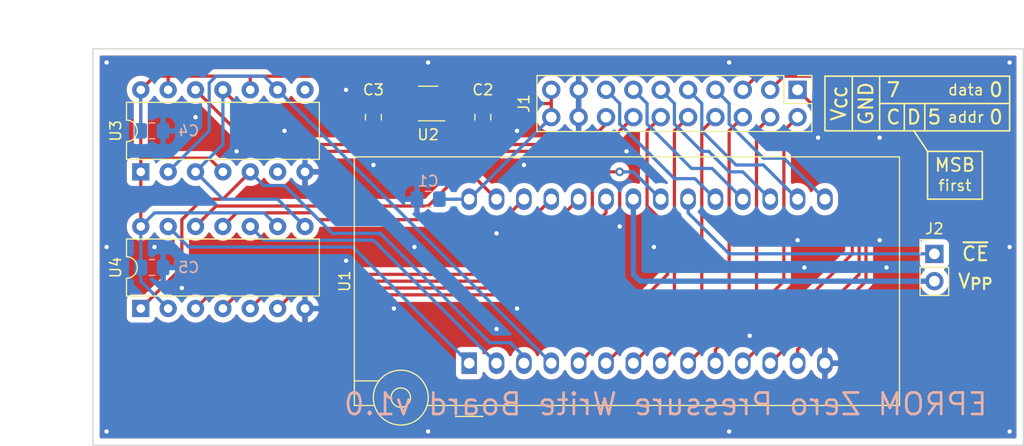
<source format=kicad_pcb>
(kicad_pcb (version 20211014) (generator pcbnew)
  (layers (0 "F.Cu" signal) (31 "B.Cu" signal) (34 "B.Paste" user) (35 "F.Paste" user) (36 "B.SilkS" user "B.Silkscreen") (37 "F.SilkS" user "F.Silkscreen") (38 "B.Mask" user) (39 "F.Mask" user) (44 "Edge.Cuts" user))
  (net 0 "")
  (net 1 "VCC")
  (net 2 "GND")
  (net 3 "+5V")
  (net 4 "/data0")
  (net 5 "/data1")
  (net 6 "/data2")
  (net 7 "/data3")
  (net 8 "/data4")
  (net 9 "/data5")
  (net 10 "/data6")
  (net 11 "/data7")
  (net 12 "/addr0")
  (net 13 "/addr1")
  (net 14 "/addr2")
  (net 15 "/addr3")
  (net 16 "/addr4")
  (net 17 "/addr5")
  (net 18 "/adata")
  (net 19 "/aclk")
  (net 20 "Net-(U1-Pad20)")
  (net 21 "Net-(U1-Pad22)")
  (net 22 "/addr15")
  (net 23 "/addr12")
  (net 24 "/addr7")
  (net 25 "/addr6")
  (net 26 "/addr10")
  (net 27 "/addr11")
  (net 28 "/addr9")
  (net 29 "/addr8")
  (net 30 "/addr13")
  (net 31 "/addr14")
  (footprint "Package_DIP:DIP-14_W7.62mm" (layer "F.Cu") (at 109.22 64.77 90)
    (fp_text reference "U3" (at 3.81 -2.33 90) (layer "F.SilkS"))
    (fp_text value "74HC74")
    (fp_line (start 2.81 -1.33) (end 1.16 -1.33) (layer "F.SilkS") (width 0.12))
    (fp_line (start 1.16 16.57) (end 6.46 16.57) (layer "F.SilkS") (width 0.12))
    (fp_line (start 6.46 -1.33) (end 4.81 -1.33) (layer "F.SilkS") (width 0.12))
    (fp_line (start 6.46 16.57) (end 6.46 -1.33) (layer "F.SilkS") (width 0.12))
    (fp_line (start 1.16 -1.33) (end 1.16 16.57) (layer "F.SilkS") (width 0.12))
    (fp_arc (start 4.81 -1.33) (mid 3.81 -0.33) (end 2.81 -1.33) (layer "F.SilkS") (width 0.12))
    (pad "1" thru_hole rect (at 0 0 90) (size 1.6 1.6) (drill 0.8) (layers *.Cu *.Mask) (net 3 "+5V"))
    (pad "2" thru_hole oval (at 0 2.54 90) (size 1.6 1.6) (drill 0.8) (layers *.Cu *.Mask) (net 25 "/addr6"))
    (pad "3" thru_hole oval (at 0 5.08 90) (size 1.6 1.6) (drill 0.8) (layers *.Cu *.Mask) (net 19 "/aclk"))
    (pad "4" thru_hole oval (at 0 7.62 90) (size 1.6 1.6) (drill 0.8) (layers *.Cu *.Mask) (net 3 "+5V"))
    (pad "5" thru_hole oval (at 0 10.16 90) (size 1.6 1.6) (drill 0.8) (layers *.Cu *.Mask) (net 24 "/addr7"))
    (pad "6" thru_hole oval (at 0 12.7 90) (size 1.6 1.6) (drill 0.8) (layers *.Cu *.Mask))
    (pad "7" thru_hole oval (at 0 15.24 90) (size 1.6 1.6) (drill 0.8) (layers *.Cu *.Mask) (net 2 "GND"))
    (pad "8" thru_hole oval (at 7.62 15.24 90) (size 1.6 1.6) (drill 0.8) (layers *.Cu *.Mask))
    (pad "9" thru_hole oval (at 7.62 12.7 90) (size 1.6 1.6) (drill 0.8) (layers *.Cu *.Mask) (net 25 "/addr6"))
    (pad "10" thru_hole oval (at 7.62 10.16 90) (size 1.6 1.6) (drill 0.8) (layers *.Cu *.Mask) (net 3 "+5V"))
    (pad "11" thru_hole oval (at 7.62 7.62 90) (size 1.6 1.6) (drill 0.8) (layers *.Cu *.Mask) (net 19 "/aclk"))
    (pad "12" thru_hole oval (at 7.62 5.08 90) (size 1.6 1.6) (drill 0.8) (layers *.Cu *.Mask) (net 18 "/adata"))
    (pad "13" thru_hole oval (at 7.62 2.54 90) (size 1.6 1.6) (drill 0.8) (layers *.Cu *.Mask) (net 3 "+5V"))
    (pad "14" thru_hole oval (at 7.62 0 90) (size 1.6 1.6) (drill 0.8) (layers *.Cu *.Mask) (net 3 "+5V"))
  )
  (footprint "Capacitor_SMD:C_0805_2012Metric_Pad1.18x1.45mm_HandSolder" (layer "F.Cu") (at 130.81 59.69 -90)
    (fp_text reference "C3" (at -2.54 0 180) (layer "F.SilkS"))
    (fp_text value "1u")
    (fp_line (start -0.261252 -0.735) (end 0.261252 -0.735) (layer "F.SilkS") (width 0.12))
    (fp_line (start -0.261252 0.735) (end 0.261252 0.735) (layer "F.SilkS") (width 0.12))
    (pad "1" smd roundrect (at -1.0375 0 270) (size 1.175 1.45) (layers "F.Cu" "F.Paste" "F.Mask") (roundrect_rratio 0.212766) (net 3 "+5V"))
    (pad "2" smd roundrect (at 1.0375 0 270) (size 1.175 1.45) (layers "F.Cu" "F.Paste" "F.Mask") (roundrect_rratio 0.212766) (net 2 "GND"))
  )
  (footprint "Package_DIP:DIP-14_W7.62mm" (layer "F.Cu") (at 109.22 77.47 90)
    (fp_text reference "U4" (at 3.81 -2.33 90) (layer "F.SilkS"))
    (fp_text value "74HC164")
    (fp_line (start 6.46 16.57) (end 6.46 -1.33) (layer "F.SilkS") (width 0.12))
    (fp_line (start 1.16 16.57) (end 6.46 16.57) (layer "F.SilkS") (width 0.12))
    (fp_line (start 6.46 -1.33) (end 4.81 -1.33) (layer "F.SilkS") (width 0.12))
    (fp_line (start 2.81 -1.33) (end 1.16 -1.33) (layer "F.SilkS") (width 0.12))
    (fp_line (start 1.16 -1.33) (end 1.16 16.57) (layer "F.SilkS") (width 0.12))
    (fp_arc (start 4.81 -1.33) (mid 3.81 -0.33) (end 2.81 -1.33) (layer "F.SilkS") (width 0.12))
    (pad "1" thru_hole rect (at 0 0 90) (size 1.6 1.6) (drill 0.8) (layers *.Cu *.Mask) (net 24 "/addr7"))
    (pad "2" thru_hole oval (at 0 2.54 90) (size 1.6 1.6) (drill 0.8) (layers *.Cu *.Mask) (net 3 "+5V"))
    (pad "3" thru_hole oval (at 0 5.08 90) (size 1.6 1.6) (drill 0.8) (layers *.Cu *.Mask) (net 29 "/addr8"))
    (pad "4" thru_hole oval (at 0 7.62 90) (size 1.6 1.6) (drill 0.8) (layers *.Cu *.Mask) (net 28 "/addr9"))
    (pad "5" thru_hole oval (at 0 10.16 90) (size 1.6 1.6) (drill 0.8) (layers *.Cu *.Mask) (net 26 "/addr10"))
    (pad "6" thru_hole oval (at 0 12.7 90) (size 1.6 1.6) (drill 0.8) (layers *.Cu *.Mask) (net 27 "/addr11"))
    (pad "7" thru_hole oval (at 0 15.24 90) (size 1.6 1.6) (drill 0.8) (layers *.Cu *.Mask) (net 2 "GND"))
    (pad "8" thru_hole oval (at 7.62 15.24 90) (size 1.6 1.6) (drill 0.8) (layers *.Cu *.Mask) (net 19 "/aclk"))
    (pad "9" thru_hole oval (at 7.62 12.7 90) (size 1.6 1.6) (drill 0.8) (layers *.Cu *.Mask) (net 3 "+5V"))
    (pad "10" thru_hole oval (at 7.62 10.16 90) (size 1.6 1.6) (drill 0.8) (layers *.Cu *.Mask) (net 23 "/addr12"))
    (pad "11" thru_hole oval (at 7.62 7.62 90) (size 1.6 1.6) (drill 0.8) (layers *.Cu *.Mask) (net 30 "/addr13"))
    (pad "12" thru_hole oval (at 7.62 5.08 90) (size 1.6 1.6) (drill 0.8) (layers *.Cu *.Mask) (net 31 "/addr14"))
    (pad "13" thru_hole oval (at 7.62 2.54 90) (size 1.6 1.6) (drill 0.8) (layers *.Cu *.Mask) (net 22 "/addr15"))
    (pad "14" thru_hole oval (at 7.62 0 90) (size 1.6 1.6) (drill 0.8) (layers *.Cu *.Mask) (net 3 "+5V"))
  )
  (footprint "ModifiedKiCadLibrary:PinHeader_2x10_P2.54mm_Vertical_Top_Bottom" (layer "F.Cu") (at 170.18 57.15 -90)
    (fp_text reference "J1" (at 1.27 25.4 90) (layer "F.SilkS"))
    (fp_text value "Conn_02x10_Top_Bottom")
    (fp_line (start 3.87 -1.33) (end 3.87 24.19) (layer "F.SilkS") (width 0.12))
    (fp_line (start -1.33 0) (end -1.33 -1.33) (layer "F.SilkS") (width 0.12))
    (fp_line (start -1.33 24.19) (end 3.87 24.19) (layer "F.SilkS") (width 0.12))
    (fp_line (start 1.27 1.27) (end 1.27 -1.33) (layer "F.SilkS") (width 0.12))
    (fp_line (start -1.33 1.27) (end -1.33 24.19) (layer "F.SilkS") (width 0.12))
    (fp_line (start 1.27 -1.33) (end 3.87 -1.33) (layer "F.SilkS") (width 0.12))
    (fp_line (start -1.33 -1.33) (end 0 -1.33) (layer "F.SilkS") (width 0.12))
    (fp_line (start -1.33 1.27) (end 1.27 1.27) (layer "F.SilkS") (width 0.12))
    (pad "1" thru_hole rect (at 0 0 270) (size 1.7 1.7) (drill 1) (layers *.Cu *.Mask) (net 4 "/data0"))
    (pad "2" thru_hole oval (at 0 2.54 270) (size 1.7 1.7) (drill 1) (layers *.Cu *.Mask) (net 5 "/data1"))
    (pad "3" thru_hole oval (at 0 5.08 270) (size 1.7 1.7) (drill 1) (layers *.Cu *.Mask) (net 6 "/data2"))
    (pad "4" thru_hole oval (at 0 7.62 270) (size 1.7 1.7) (drill 1) (layers *.Cu *.Mask) (net 7 "/data3"))
    (pad "5" thru_hole oval (at 0 10.16 270) (size 1.7 1.7) (drill 1) (layers *.Cu *.Mask) (net 8 "/data4"))
    (pad "6" thru_hole oval (at 0 12.7 270) (size 1.7 1.7) (drill 1) (layers *.Cu *.Mask) (net 9 "/data5"))
    (pad "7" thru_hole oval (at 0 15.24 270) (size 1.7 1.7) (drill 1) (layers *.Cu *.Mask) (net 10 "/data6"))
    (pad "8" thru_hole oval (at 0 17.78 270) (size 1.7 1.7) (drill 1) (layers *.Cu *.Mask) (net 11 "/data7"))
    (pad "9" thru_hole oval (at 0 20.32 270) (size 1.7 1.7) (drill 1) (layers *.Cu *.Mask) (net 2 "GND"))
    (pad "10" thru_hole oval (at 0 22.86 270) (size 1.7 1.7) (drill 1) (layers *.Cu *.Mask) (net 1 "VCC"))
    (pad "11" thru_hole oval (at 2.54 0 270) (size 1.7 1.7) (drill 1) (layers *.Cu *.Mask) (net 12 "/addr0"))
    (pad "12" thru_hole oval (at 2.54 2.54 270) (size 1.7 1.7) (drill 1) (layers *.Cu *.Mask) (net 13 "/addr1"))
    (pad "13" thru_hole oval (at 2.54 5.08 270) (size 1.7 1.7) (drill 1) (layers *.Cu *.Mask) (net 14 "/addr2"))
    (pad "14" thru_hole oval (at 2.54 7.62 270) (size 1.7 1.7) (drill 1) (layers *.Cu *.Mask) (net 15 "/addr3"))
    (pad "15" thru_hole oval (at 2.54 10.16 270) (size 1.7 1.7) (drill 1) (layers *.Cu *.Mask) (net 16 "/addr4"))
    (pad "16" thru_hole oval (at 2.54 12.7 270) (size 1.7 1.7) (drill 1) (layers *.Cu *.Mask) (net 17 "/addr5"))
    (pad "17" thru_hole oval (at 2.54 15.24 270) (size 1.7 1.7) (drill 1) (layers *.Cu *.Mask) (net 18 "/adata"))
    (pad "18" thru_hole oval (at 2.54 17.78 270) (size 1.7 1.7) (drill 1) (layers *.Cu *.Mask) (net 19 "/aclk"))
    (pad "19" thru_hole oval (at 2.54 20.32 270) (size 1.7 1.7) (drill 1) (layers *.Cu *.Mask) (net 2 "GND"))
    (pad "20" thru_hole oval (at 2.54 22.86 270) (size 1.7 1.7) (drill 1) (layers *.Cu *.Mask) (net 1 "VCC"))
  )
  (footprint "Package_TO_SOT_SMD:SOT-23-5_HandSoldering" (layer "F.Cu") (at 135.89 58.42 180)
    (fp_text reference "U2" (at 0 -2.9) (layer "F.SilkS"))
    (fp_text value "XC6201P502MR-G")
    (fp_line (start -0.9 1.61) (end 0.9 1.61) (layer "F.SilkS") (width 0.12))
    (fp_line (start 0.9 -1.61) (end -1.55 -1.61) (layer "F.SilkS") (width 0.12))
    (pad "1" smd rect (at -1.35 -0.95 180) (size 1.56 0.65) (layers "F.Cu" "F.Paste" "F.Mask") (net 1 "VCC"))
    (pad "2" smd rect (at -1.35 0 180) (size 1.56 0.65) (layers "F.Cu" "F.Paste" "F.Mask") (net 2 "GND"))
    (pad "3" smd rect (at -1.35 0.95 180) (size 1.56 0.65) (layers "F.Cu" "F.Paste" "F.Mask"))
    (pad "4" smd rect (at 1.35 0.95 180) (size 1.56 0.65) (layers "F.Cu" "F.Paste" "F.Mask"))
    (pad "5" smd rect (at 1.35 -0.95 180) (size 1.56 0.65) (layers "F.Cu" "F.Paste" "F.Mask") (net 3 "+5V"))
  )
  (footprint "Socket:DIP_Socket-28_W11.9_W12.7_W15.24_W17.78_W18.5_3M_228-1277-00-0602J" (layer "F.Cu") (at 139.7 82.55 90)
    (fp_text reference "U1" (at 7.62 -11.56 90) (layer "F.SilkS"))
    (fp_text value "27C512")
    (fp_line (start -1.65 -10.66) (end -1.65 -8.4) (layer "F.SilkS") (width 0.12))
    (fp_line (start 19.17 -10.66) (end -3.93 -10.66) (layer "F.SilkS") (width 0.12))
    (fp_line (start -3.93 39.94) (end 19.17 39.94) (layer "F.SilkS") (width 0.12))
    (fp_line (start -3.93 -10.66) (end -3.93 -8.8) (layer "F.SilkS") (width 0.12))
    (fp_line (start -4.95 1.27) (end -4.95 -1.27) (layer "F.SilkS") (width 0.12))
    (fp_line (start -3.93 -3.9) (end -3.93 39.94) (layer "F.SilkS") (width 0.12))
    (fp_line (start 19.17 39.94) (end 19.17 -10.66) (layer "F.SilkS") (width 0.12))
    (fp_circle (center -3.2 -6.35) (end -2.3 -6.35) (layer "F.SilkS") (width 0.12) (fill none))
    (fp_circle (center -3.2 -6.35) (end -0.65 -6.35) (layer "F.SilkS") (width 0.12) (fill none))
    (pad "1" thru_hole rect (at 0 0 90) (size 2 1.44) (drill 1) (layers *.Cu *.Mask) (net 22 "/addr15"))
    (pad "2" thru_hole oval (at 0 2.54 90) (size 2 1.44) (drill 1) (layers *.Cu *.Mask) (net 23 "/addr12"))
    (pad "3" thru_hole oval (at 0 5.08 90) (size 2 1.44) (drill 1) (layers *.Cu *.Mask) (net 24 "/addr7"))
    (pad "4" thru_hole oval (at 0 7.62 90) (size 2 1.44) (drill 1) (layers *.Cu *.Mask) (net 25 "/addr6"))
    (pad "5" thru_hole oval (at 0 10.16 90) (size 2 1.44) (drill 1) (layers *.Cu *.Mask) (net 17 "/addr5"))
    (pad "6" thru_hole oval (at 0 12.7 90) (size 2 1.44) (drill 1) (layers *.Cu *.Mask) (net 16 "/addr4"))
    (pad "7" thru_hole oval (at 0 15.24 90) (size 2 1.44) (drill 1) (layers *.Cu *.Mask) (net 15 "/addr3"))
    (pad "8" thru_hole oval (at 0 17.78 90) (size 2 1.44) (drill 1) (layers *.Cu *.Mask) (net 14 "/addr2"))
    (pad "9" thru_hole oval (at 0 20.32 90) (size 2 1.44) (drill 1) (layers *.Cu *.Mask) (net 13 "/addr1"))
    (pad "10" thru_hole oval (at 0 22.86 90) (size 2 1.44) (drill 1) (layers *.Cu *.Mask) (net 12 "/addr0"))
    (pad "11" thru_hole oval (at 0 25.4 90) (size 2 1.44) (drill 1) (layers *.Cu *.Mask) (net 4 "/data0"))
    (pad "12" thru_hole oval (at 0 27.94 90) (size 2 1.44) (drill 1) (layers *.Cu *.Mask) (net 5 "/data1"))
    (pad "13" thru_hole oval (at 0 30.48 90) (size 2 1.44) (drill 1) (layers *.Cu *.Mask) (net 6 "/data2"))
    (pad "14" thru_hole oval (at 0 33.02 90) (size 2 1.44) (drill 1) (layers *.Cu *.Mask) (net 2 "GND"))
    (pad "15" thru_hole oval (at 15.24 33.02 90) (size 2 1.44) (drill 1) (layers *.Cu *.Mask) (net 7 "/data3"))
    (pad "16" thru_hole oval (at 15.24 30.48 90) (size 2 1.44) (drill 1) (layers *.Cu *.Mask) (net 8 "/data4"))
    (pad "17" thru_hole oval (at 15.24 27.94 90) (size 2 1.44) (drill 1) (layers *.Cu *.Mask) (net 9 "/data5"))
    (pad "18" thru_hole oval (at 15.24 25.4 90) (size 2 1.44) (drill 1) (layers *.Cu *.Mask) (net 10 "/data6"))
    (pad "19" thru_hole oval (at 15.24 22.86 90) (size 2 1.44) (drill 1) (layers *.Cu *.Mask) (net 11 "/data7"))
    (pad "20" thru_hole oval (at 15.24 20.32 90) (size 2 1.44) (drill 1) (layers *.Cu *.Mask) (net 20 "Net-(U1-Pad20)"))
    (pad "21" thru_hole oval (at 15.24 17.78 90) (size 2 1.44) (drill 1) (layers *.Cu *.Mask) (net 26 "/addr10"))
    (pad "22" thru_hole oval (at 15.24 15.24 90) (size 2 1.44) (drill 1) (layers *.Cu *.Mask) (net 21 "Net-(U1-Pad22)"))
    (pad "23" thru_hole oval (at 15.24 12.7 90) (size 2 1.44) (drill 1) (layers *.Cu *.Mask) (net 27 "/addr11"))
    (pad "24" thru_hole oval (at 15.24 10.16 90) (size 2 1.44) (drill 1) (layers *.Cu *.Mask) (net 28 "/addr9"))
    (pad "25" thru_hole oval (at 15.24 7.62 90) (size 2 1.44) (drill 1) (layers *.Cu *.Mask) (net 29 "/addr8"))
    (pad "26" thru_hole oval (at 15.24 5.08 90) (size 2 1.44) (drill 1) (layers *.Cu *.Mask) (net 30 "/addr13"))
    (pad "27" thru_hole oval (at 15.24 2.54 90) (size 2 1.44) (drill 1) (layers *.Cu *.Mask) (net 31 "/addr14"))
    (pad "28" thru_hole oval (at 15.24 0 90) (size 2 1.44) (drill 1) (layers *.Cu *.Mask) (net 1 "VCC"))
  )
  (footprint "Capacitor_SMD:C_0805_2012Metric_Pad1.18x1.45mm_HandSolder" (layer "F.Cu") (at 140.97 59.69 -90)
    (fp_text reference "C2" (at -2.54 0 180) (layer "F.SilkS"))
    (fp_text value "1u")
    (fp_line (start -0.261252 -0.735) (end 0.261252 -0.735) (layer "F.SilkS") (width 0.12))
    (fp_line (start -0.261252 0.735) (end 0.261252 0.735) (layer "F.SilkS") (width 0.12))
    (pad "1" smd roundrect (at -1.0375 0 270) (size 1.175 1.45) (layers "F.Cu" "F.Paste" "F.Mask") (roundrect_rratio 0.212766) (net 1 "VCC"))
    (pad "2" smd roundrect (at 1.0375 0 270) (size 1.175 1.45) (layers "F.Cu" "F.Paste" "F.Mask") (roundrect_rratio 0.212766) (net 2 "GND"))
  )
  (footprint "Connector_PinHeader_2.54mm:PinHeader_1x02_P2.54mm_Vertical" (layer "F.Cu") (at 182.88 72.39)
    (fp_text reference "J2" (at 0 -2.33) (layer "F.SilkS"))
    (fp_text value "Conn_01x02")
    (fp_line (start 1.33 1.27) (end 1.33 3.87) (layer "F.SilkS") (width 0.12))
    (fp_line (start -1.33 1.27) (end 1.33 1.27) (layer "F.SilkS") (width 0.12))
    (fp_line (start -1.33 0) (end -1.33 -1.33) (layer "F.SilkS") (width 0.12))
    (fp_line (start -1.33 3.87) (end 1.33 3.87) (layer "F.SilkS") (width 0.12))
    (fp_line (start -1.33 -1.33) (end 0 -1.33) (layer "F.SilkS") (width 0.12))
    (fp_line (start -1.33 1.27) (end -1.33 3.87) (layer "F.SilkS") (width 0.12))
    (pad "1" thru_hole rect (at 0 0) (size 1.7 1.7) (drill 1) (layers *.Cu *.Mask) (net 20 "Net-(U1-Pad20)"))
    (pad "2" thru_hole oval (at 0 2.54) (size 1.7 1.7) (drill 1) (layers *.Cu *.Mask) (net 21 "Net-(U1-Pad22)"))
  )
  (footprint "Capacitor_SMD:C_0805_2012Metric_Pad1.18x1.45mm_HandSolder" (layer "B.Cu") (at 110.2575 60.96)
    (fp_text reference "C4" (at 3.4075 0) (layer "B.SilkS") (effects (justify mirror)))
    (fp_text value "0.1u")
    (fp_line (start -0.261252 -0.735) (end 0.261252 -0.735) (layer "B.SilkS") (width 0.12))
    (fp_line (start -0.261252 0.735) (end 0.261252 0.735) (layer "B.SilkS") (width 0.12))
    (pad "1" smd roundrect (at -1.0375 0) (size 1.175 1.45) (layers "B.Cu" "B.Paste" "B.Mask") (roundrect_rratio 0.212766) (net 3 "+5V"))
    (pad "2" smd roundrect (at 1.0375 0) (size 1.175 1.45) (layers "B.Cu" "B.Paste" "B.Mask") (roundrect_rratio 0.212766) (net 2 "GND"))
  )
  (footprint "Capacitor_SMD:C_0805_2012Metric_Pad1.18x1.45mm_HandSolder" (layer "B.Cu") (at 135.89 67.31 180)
    (fp_text reference "C1" (at 0 1.68) (layer "B.SilkS") (effects (justify mirror)))
    (fp_text value "0.1u")
    (fp_line (start -0.261252 0.735) (end 0.261252 0.735) (layer "B.SilkS") (width 0.12))
    (fp_line (start -0.261252 -0.735) (end 0.261252 -0.735) (layer "B.SilkS") (width 0.12))
    (pad "1" smd roundrect (at -1.0375 0 180) (size 1.175 1.45) (layers "B.Cu" "B.Paste" "B.Mask") (roundrect_rratio 0.212766) (net 1 "VCC"))
    (pad "2" smd roundrect (at 1.0375 0 180) (size 1.175 1.45) (layers "B.Cu" "B.Paste" "B.Mask") (roundrect_rratio 0.212766) (net 2 "GND"))
  )
  (footprint "Capacitor_SMD:C_0805_2012Metric_Pad1.18x1.45mm_HandSolder" (layer "B.Cu") (at 110.2575 73.66)
    (fp_text reference "C5" (at 3.4075 0) (layer "B.SilkS") (effects (justify mirror)))
    (fp_text value "0.1u")
    (fp_line (start -0.261252 0.735) (end 0.261252 0.735) (layer "B.SilkS") (width 0.12))
    (fp_line (start -0.261252 -0.735) (end 0.261252 -0.735) (layer "B.SilkS") (width 0.12))
    (pad "1" smd roundrect (at -1.0375 0) (size 1.175 1.45) (layers "B.Cu" "B.Paste" "B.Mask") (roundrect_rratio 0.212766) (net 3 "+5V"))
    (pad "2" smd roundrect (at 1.0375 0) (size 1.175 1.45) (layers "B.Cu" "B.Paste" "B.Mask") (roundrect_rratio 0.212766) (net 2 "GND"))
  )
  (gr_line (start 180.975 60.96) (end 182.245 62.865) (layer "F.SilkS") (width 0.15))
  (gr_line (start 181.991 58.42) (end 181.991 60.96) (layer "F.SilkS") (width 0.15))
  (gr_rect (start 182.245 62.865) (end 187.325 67.31) (layer "F.SilkS") (width 0.15) (fill none))
  (gr_line (start 180.086 58.42) (end 180.086 60.96) (layer "F.SilkS") (width 0.15))
  (gr_line (start 177.8 58.42) (end 189.865 58.42) (layer "F.SilkS") (width 0.15))
  (gr_line (start 177.8 55.88) (end 177.8 60.96) (layer "F.SilkS") (width 0.15))
  (gr_rect (start 172.72 55.88) (end 189.865 60.96) (layer "F.SilkS") (width 0.15) (fill none))
  (gr_line (start 175.26 55.88) (end 175.26 60.96) (layer "F.SilkS") (width 0.15))
  (gr_rect (start 104.775 53.34) (end 191.135 90.17) (layer "Edge.Cuts") (width 0.1) (fill none))
  (gr_text "EPROM Zero Pressure Write Board v1.0" (at 187.96 86.36) (layer "B.SilkS") (effects (font (size 2 2) (thickness 0.25)) (justify left mirror)))
  (gr_text "C" (at 179.07 59.69) (layer "F.SilkS") (effects (font (size 1.3 1.3) (thickness 0.2))))
  (gr_text "0" (at 188.595 57.15) (layer "F.SilkS") (effects (font (size 1.3 1.3) (thickness 0.2))))
  (gr_text "V_{PP}" (at 186.69 74.93) (layer "F.SilkS") (effects (font (size 1.3 1.3) (thickness 0.2))))
  (gr_text "first" (at 184.785 66.04) (layer "F.SilkS") (effects (font (size 1 1))))
  (gr_text "V_{CC}" (at 173.99 58.42 90) (layer "F.SilkS") (effects (font (size 1.3 1.3) (thickness 0.2))))
  (gr_text "5" (at 182.88 59.69) (layer "F.SilkS") (effects (font (size 1.3 1.3) (thickness 0.2))))
  (gr_text "addr" (at 185.801 59.69) (layer "F.SilkS") (effects (font (size 1 1))))
  (gr_text "MSB" (at 184.785 64.135) (layer "F.SilkS") (effects (font (size 1.2 1.2) (thickness 0.18))))
  (gr_text "0" (at 188.595 59.69) (layer "F.SilkS") (effects (font (size 1.3 1.3) (thickness 0.2))))
  (gr_text "data" (at 185.801 57.15) (layer "F.SilkS") (effects (font (size 1 1))))
  (gr_text "~{CE}" (at 186.69 72.39) (layer "F.SilkS") (effects (font (size 1.3 1.3) (thickness 0.2))))
  (gr_text "D" (at 180.975 59.69) (layer "F.SilkS") (effects (font (size 1.3 1.3) (thickness 0.2))))
  (gr_text "7" (at 179.07 57.15) (layer "F.SilkS") (effects (font (size 1.3 1.3) (thickness 0.2))))
  (gr_text "GND" (at 176.53 58.42 90) (layer "F.SilkS") (effects (font (size 1.3 1.3) (thickness 0.2))))
  (segment (start 147.32 57.15) (end 147.32 58.42) (width 0.3) (layer "F.Cu") (net 1))
  (segment (start 147.32 58.42) (end 141.2025 58.42) (width 0.3) (layer "F.Cu") (net 1))
  (segment (start 139.385 59.37) (end 137.24 59.37) (width 0.3) (layer "F.Cu") (net 1))
  (segment (start 141.2025 58.42) (end 140.97 58.6525) (width 0.3) (layer "F.Cu") (net 1))
  (segment (start 140.1025 58.6525) (end 139.385 59.37) (width 0.3) (layer "F.Cu") (net 1))
  (segment (start 147.32 58.42) (end 147.32 59.69) (width 0.3) (layer "F.Cu") (net 1))
  (segment (start 140.97 58.6525) (end 140.1025 58.6525) (width 0.3) (layer "F.Cu") (net 1))
  (segment (start 139.7 67.31) (end 147.32 59.69) (width 0.3) (layer "B.Cu") (net 1))
  (segment (start 136.9275 67.31) (end 139.7 67.31) (width 0.3) (layer "B.Cu") (net 1))
  (segment (start 133.35 58.42) (end 132.715 57.785) (width 0.3) (layer "F.Cu") (net 2))
  (segment (start 135.89 58.42) (end 135.89 56.515) (width 0.3) (layer "F.Cu") (net 2))
  (segment (start 153.67 69.85) (end 153.67 66.04) (width 0.3) (layer "F.Cu") (net 2))
  (segment (start 137.24 58.42) (end 138.43 58.42) (width 0.3) (layer "F.Cu") (net 2))
  (segment (start 135.89 58.42) (end 135.89 60.325) (width 0.3) (layer "F.Cu") (net 2))
  (segment (start 138.43 58.42) (end 139.065 57.785) (width 0.3) (layer "F.Cu") (net 2))
  (segment (start 137.24 58.42) (end 135.89 58.42) (width 0.3) (layer "F.Cu") (net 2))
  (segment (start 135.89 58.42) (end 133.35 58.42) (width 0.3) (layer "F.Cu") (net 2))
  (via (at 144.145 77.47) (size 0.8) (drill 0.4) (layers "F.Cu" "B.Cu") (net 2))
  (via (at 172.085 61.595) (size 0.8) (drill 0.4) (layers "F.Cu" "B.Cu") (net 2))
  (via (at 135.89 88.9) (size 0.8) (drill 0.4) (layers "F.Cu" "B.Cu") (net 2))
  (via (at 189.865 88.9) (size 0.8) (drill 0.4) (layers "F.Cu" "B.Cu") (net 2))
  (via (at 156.845 71.755) (size 0.8) (drill 0.4) (layers "F.Cu" "B.Cu") (net 2))
  (via (at 177.8 71.12) (size 0.8) (drill 0.4) (layers "F.Cu" "B.Cu") (net 2))
  (via (at 132.715 77.47) (size 0.8) (drill 0.4) (layers "F.Cu" "B.Cu") (net 2))
  (via (at 177.8 61.595) (size 0.8) (drill 0.4) (layers "F.Cu" "B.Cu") (net 2))
  (via (at 170.18 71.12) (size 0.8) (drill 0.4) (layers "F.Cu" "B.Cu") (net 2))
  (via (at 154.305 62.865) (size 0.8) (drill 0.4) (layers "F.Cu" "B.Cu") (net 2))
  (via (at 170.815 73.66) (size 0.8) (drill 0.4) (layers "F.Cu" "B.Cu") (net 2))
  (via (at 189.865 71.755) (size 0.8) (drill 0.4) (layers "F.Cu" "B.Cu") (net 2))
  (via (at 178.435 73.66) (size 0.8) (drill 0.4) (layers "F.Cu" "B.Cu") (net 2))
  (via (at 130.81 64.135) (size 0.8) (drill 0.4) (layers "F.Cu" "B.Cu") (net 2))
  (via (at 165.735 80.01) (size 0.8) (drill 0.4) (layers "F.Cu" "B.Cu") (net 2))
  (via (at 114.3 59.69) (size 0.8) (drill 0.4) (layers "F.Cu" "B.Cu") (net 2))
  (via (at 153.67 69.85) (size 0.8) (drill 0.4) (layers "F.Cu" "B.Cu") (net 2))
  (via (at 118.11 62.865) (size 0.8) (drill 0.4) (layers "F.Cu" "B.Cu") (net 2))
  (via (at 135.89 54.61) (size 0.8) (drill 0.4) (layers "F.Cu" "B.Cu") (net 2))
  (via (at 128.27 57.15) (size 0.8) (drill 0.4) (layers "F.Cu" "B.Cu") (net 2))
  (via (at 142.24 70.485) (size 0.8) (drill 0.4) (layers "F.Cu" "B.Cu") (net 2))
  (via (at 142.24 79.375) (size 0.8) (drill 0.4) (layers "F.Cu" "B.Cu") (net 2))
  (via (at 122.555 60.96) (size 0.8) (drill 0.4) (layers "F.Cu" "B.Cu") (net 2))
  (via (at 163.83 88.9) (size 0.8) (drill 0.4) (layers "F.Cu" "B.Cu") (net 2))
  (via (at 113.03 75.565) (size 0.8) (drill 0.4) (layers "F.Cu" "B.Cu") (net 2))
  (via (at 189.865 54.61) (size 0.8) (drill 0.4) (layers "F.Cu" "B.Cu") (net 2))
  (via (at 144.78 64.135) (size 0.8) (drill 0.4) (layers "F.Cu" "B.Cu") (net 2))
  (via (at 106.045 71.755) (size 0.8) (drill 0.4) (layers "F.Cu" "B.Cu") (net 2))
  (via (at 134.62 71.755) (size 0.8) (drill 0.4) (layers "F.Cu" "B.Cu") (net 2))
  (via (at 110.49 71.755) (size 0.8) (drill 0.4) (layers "F.Cu" "B.Cu") (net 2))
  (via (at 106.045 54.61) (size 0.8) (drill 0.4) (layers "F.Cu" "B.Cu") (net 2))
  (via (at 106.045 88.9) (size 0.8) (drill 0.4) (layers "F.Cu" "B.Cu") (net 2))
  (via (at 128.27 73.025) (size 0.8) (drill 0.4) (layers "F.Cu" "B.Cu") (net 2))
  (via (at 163.83 54.61) (size 0.8) (drill 0.4) (layers "F.Cu" "B.Cu") (net 2))
  (via (at 144.145 60.96) (size 0.8) (drill 0.4) (layers "F.Cu" "B.Cu") (net 2))
  (segment (start 109.22 64.77) (end 109.22 63.5) (width 0.3) (layer "F.Cu") (net 3))
  (segment (start 111.76 57.15) (end 111.76 55.88) (width 0.3) (layer "F.Cu") (net 3))
  (segment (start 109.22 63.5) (end 115.57 63.5) (width 0.3) (layer "F.Cu") (net 3))
  (segment (start 109.22 64.77) (end 109.22 69.85) (width 0.3) (layer "F.Cu") (net 3))
  (segment (start 110.49 55.88) (end 111.76 55.88) (width 0.3) (layer "F.Cu") (net 3))
  (segment (start 115.57 63.5) (end 116.84 64.77) (width 0.3) (layer "F.Cu") (net 3))
  (segment (start 119.38 57.15) (end 119.38 55.88) (width 0.3) (layer "F.Cu") (net 3))
  (segment (start 132.3125 58.6525) (end 130.81 58.6525) (width 0.3) (layer "F.Cu") (net 3))
  (segment (start 119.38 55.88) (end 128.905 55.88) (width 0.3) (layer "F.Cu") (net 3))
  (segment (start 134.54 59.37) (end 133.03 59.37) (width 0.3) (layer "F.Cu") (net 3))
  (segment (start 109.22 57.15) (end 109.22 63.5) (width 0.3) (layer "F.Cu") (net 3))
  (segment (start 130.81 57.785) (end 130.81 58.6525) (width 0.3) (layer "F.Cu") (net 3))
  (segment (start 109.22 57.15) (end 110.49 55.88) (width 0.3) (layer "F.Cu") (net 3))
  (segment (start 128.905 55.88) (end 130.81 57.785) (width 0.3) (layer "F.Cu") (net 3))
  (segment (start 133.03 59.37) (end 132.3125 58.6525) (width 0.3) (layer "F.Cu") (net 3))
  (segment (start 111.76 55.88) (end 119.38 55.88) (width 0.3) (layer "F.Cu") (net 3))
  (segment (start 121.92 69.85) (end 120.65 68.58) (width 0.3) (layer "B.Cu") (net 3))
  (segment (start 110.49 68.58) (end 109.22 69.85) (width 0.3) (layer "B.Cu") (net 3))
  (segment (start 109.22 73.66) (end 109.22 69.85) (width 0.3) (layer "B.Cu") (net 3))
  (segment (start 109.22 60.96) (end 109.22 57.15) (width 0.3) (layer "B.Cu") (net 3))
  (segment (start 120.65 68.58) (end 110.49 68.58) (width 0.3) (layer "B.Cu") (net 3))
  (segment (start 109.22 73.66) (end 109.22 74.93) (width 0.3) (layer "B.Cu") (net 3))
  (segment (start 109.22 74.93) (end 111.76 77.47) (width 0.3) (layer "B.Cu") (net 3))
  (segment (start 175.26 72.39) (end 165.1 82.55) (width 0.3) (layer "F.Cu") (net 4))
  (segment (start 170.18 57.15) (end 175.26 62.23) (width 0.3) (layer "F.Cu") (net 4))
  (segment (start 175.26 62.23) (end 175.26 72.39) (width 0.3) (layer "F.Cu") (net 4))
  (segment (start 175.895 74.295) (end 167.64 82.55) (width 0.3) (layer "F.Cu") (net 5))
  (segment (start 167.64 57.15) (end 168.91 55.88) (width 0.3) (layer "F.Cu") (net 5))
  (segment (start 171.45 55.88) (end 175.895 60.325) (width 0.3) (layer "F.Cu") (net 5))
  (segment (start 168.91 55.88) (end 171.45 55.88) (width 0.3) (layer "F.Cu") (net 5))
  (segment (start 175.895 60.325) (end 175.895 74.295) (width 0.3) (layer "F.Cu") (net 5))
  (segment (start 167.005 55.245) (end 165.1 57.15) (width 0.3) (layer "F.Cu") (net 6))
  (segment (start 176.53 59.69) (end 172.085 55.245) (width 0.3) (layer "F.Cu") (net 6))
  (segment (start 170.18 82.55) (end 170.18 81.28) (width 0.3) (layer "F.Cu") (net 6))
  (segment (start 170.18 81.28) (end 176.53 74.93) (width 0.3) (layer "F.Cu") (net 6))
  (segment (start 172.085 55.245) (end 167.005 55.245) (width 0.3) (layer "F.Cu") (net 6))
  (segment (start 176.53 74.93) (end 176.53 59.69) (width 0.3) (layer "F.Cu") (net 6))
  (segment (start 167.005 63.5) (end 168.91 63.5) (width 0.3) (layer "B.Cu") (net 7))
  (segment (start 163.83 58.42) (end 163.83 60.325) (width 0.3) (layer "B.Cu") (net 7))
  (segment (start 168.91 63.5) (end 172.72 67.31) (width 0.3) (layer "B.Cu") (net 7))
  (segment (start 162.56 57.15) (end 163.83 58.42) (width 0.3) (layer "B.Cu") (net 7))
  (segment (start 163.83 60.325) (end 167.005 63.5) (width 0.3) (layer "B.Cu") (net 7))
  (segment (start 164.465 64.135) (end 167.005 64.135) (width 0.3) (layer "B.Cu") (net 8))
  (segment (start 167.005 64.135) (end 170.18 67.31) (width 0.3) (layer "B.Cu") (net 8))
  (segment (start 161.29 60.96) (end 164.465 64.135) (width 0.3) (layer "B.Cu") (net 8))
  (segment (start 160.02 57.15) (end 161.29 58.42) (width 0.3) (layer "B.Cu") (net 8))
  (segment (start 161.29 58.42) (end 161.29 60.96) (width 0.3) (layer "B.Cu") (net 8))
  (segment (start 157.48 57.15) (end 158.75 58.42) (width 0.3) (layer "B.Cu") (net 9))
  (segment (start 158.75 58.42) (end 158.75 60.325) (width 0.3) (layer "B.Cu") (net 9))
  (segment (start 161.29 62.865) (end 161.925 62.865) (width 0.3) (layer "B.Cu") (net 9))
  (segment (start 165.1 64.77) (end 167.64 67.31) (width 0.3) (layer "B.Cu") (net 9))
  (segment (start 161.925 62.865) (end 163.83 64.77) (width 0.3) (layer "B.Cu") (net 9))
  (segment (start 163.83 64.77) (end 165.1 64.77) (width 0.3) (layer "B.Cu") (net 9))
  (segment (start 158.75 60.325) (end 161.29 62.865) (width 0.3) (layer "B.Cu") (net 9))
  (segment (start 162.2425 64.4525) (end 165.1 67.31) (width 0.3) (layer "B.Cu") (net 10))
  (segment (start 160.3375 64.4525) (end 162.2425 64.4525) (width 0.3) (layer "B.Cu") (net 10))
  (segment (start 156.21 58.42) (end 156.21 60.325) (width 0.3) (layer "B.Cu") (net 10))
  (segment (start 154.94 57.15) (end 156.21 58.42) (width 0.3) (layer "B.Cu") (net 10))
  (segment (start 156.21 60.325) (end 160.3375 64.4525) (width 0.3) (layer "B.Cu") (net 10))
  (segment (start 153.67 58.42) (end 153.67 60.325) (width 0.3) (layer "B.Cu") (net 11))
  (segment (start 160.655 65.405) (end 162.56 67.31) (width 0.3) (layer "B.Cu") (net 11))
  (segment (start 153.67 60.325) (end 158.75 65.405) (width 0.3) (layer "B.Cu") (net 11))
  (segment (start 158.75 65.405) (end 160.655 65.405) (width 0.3) (layer "B.Cu") (net 11))
  (segment (start 152.4 57.15) (end 153.67 58.42) (width 0.3) (layer "B.Cu") (net 11))
  (segment (start 168.91 74.93) (end 168.91 60.96) (width 0.3) (layer "F.Cu") (net 12))
  (segment (start 162.56 82.55) (end 162.56 81.28) (width 0.3) (layer "F.Cu") (net 12))
  (segment (start 162.56 81.28) (end 168.91 74.93) (width 0.3) (layer "F.Cu") (net 12))
  (segment (start 168.91 60.96) (end 170.18 59.69) (width 0.3) (layer "F.Cu") (net 12))
  (segment (start 166.37 60.96) (end 167.64 59.69) (width 0.3) (layer "F.Cu") (net 13))
  (segment (start 160.02 82.55) (end 166.37 76.2) (width 0.3) (layer "F.Cu") (net 13))
  (segment (start 166.37 76.2) (end 166.37 60.96) (width 0.3) (layer "F.Cu") (net 13))
  (segment (start 157.48 82.55) (end 163.83 76.2) (width 0.3) (layer "F.Cu") (net 14))
  (segment (start 163.83 60.96) (end 165.1 59.69) (width 0.3) (layer "F.Cu") (net 14))
  (segment (start 163.83 76.2) (end 163.83 60.96) (width 0.3) (layer "F.Cu") (net 14))
  (segment (start 161.29 60.96) (end 162.56 59.69) (width 0.3) (layer "F.Cu") (net 15))
  (segment (start 161.29 76.2) (end 161.29 60.96) (width 0.3) (layer "F.Cu") (net 15))
  (segment (start 154.94 82.55) (end 161.29 76.2) (width 0.3) (layer "F.Cu") (net 15))
  (segment (start 158.75 60.96) (end 158.75 76.2) (width 0.3) (layer "F.Cu") (net 16))
  (segment (start 158.75 76.2) (end 152.4 82.55) (width 0.3) (layer "F.Cu") (net 16))
  (segment (start 160.02 59.69) (end 158.75 60.96) (width 0.3) (layer "F.Cu") (net 16))
  (segment (start 158.115 69.85) (end 158.115 74.295) (width 0.3) (layer "F.Cu") (net 17))
  (segment (start 156.21 67.945) (end 156.21 60.96) (width 0.3) (layer "F.Cu") (net 17))
  (segment (start 149.86 82.55) (end 158.115 74.295) (width 0.3) (layer "F.Cu") (net 17))
  (segment (start 158.115 69.85) (end 156.21 67.945) (width 0.3) (layer "F.Cu") (net 17))
  (segment (start 156.21 60.96) (end 157.48 59.69) (width 0.3) (layer "F.Cu") (net 17))
  (segment (start 120.015 62.865) (end 114.3 57.15) (width 0.3) (layer "F.Cu") (net 18))
  (segment (start 154.94 59.69) (end 151.765 62.865) (width 0.3) (layer "F.Cu") (net 18))
  (segment (start 151.765 62.865) (end 120.015 62.865) (width 0.3) (layer "F.Cu") (net 18))
  (segment (start 150.495 62.23) (end 152.4 60.325) (width 0.3) (layer "F.Cu") (net 19))
  (segment (start 152.4 60.325) (end 152.4 59.69) (width 0.3) (layer "F.Cu") (net 19))
  (segment (start 121.92 62.23) (end 150.495 62.23) (width 0.3) (layer "F.Cu") (net 19))
  (segment (start 116.84 57.15) (end 121.92 62.23) (width 0.3) (layer "F.Cu") (net 19))
  (segment (start 116.84 67.31) (end 121.92 67.31) (width 0.3) (layer "B.Cu") (net 19))
  (segment (start 114.3 64.77) (end 116.84 67.31) (width 0.3) (layer "B.Cu") (net 19))
  (segment (start 121.92 67.31) (end 124.46 69.85) (width 0.3) (layer "B.Cu") (net 19))
  (segment (start 116.84 62.23) (end 114.3 64.77) (width 0.3) (layer "B.Cu") (net 19))
  (segment (start 116.84 57.15) (end 116.84 62.23) (width 0.3) (layer "B.Cu") (net 19))
  (segment (start 163.83 72.39) (end 160.02 68.58) (width 0.3) (layer "B.Cu") (net 20))
  (segment (start 182.88 72.39) (end 163.83 72.39) (width 0.3) (layer "B.Cu") (net 20))
  (segment (start 160.02 68.58) (end 160.02 67.31) (width 0.3) (layer "B.Cu") (net 20))
  (segment (start 155.575 74.93) (end 182.88 74.93) (width 0.5) (layer "B.Cu") (net 21))
  (segment (start 154.94 74.295) (end 155.575 74.93) (width 0.5) (layer "B.Cu") (net 21))
  (segment (start 154.94 67.31) (end 154.94 74.295) (width 0.5) (layer "B.Cu") (net 21))
  (segment (start 128.905 71.755) (end 139.7 82.55) (width 0.3) (layer "B.Cu") (net 22))
  (segment (start 111.76 69.85) (end 113.665 71.755) (width 0.3) (layer "B.Cu") (net 22))
  (segment (start 113.665 71.755) (end 128.905 71.755) (width 0.3) (layer "B.Cu") (net 22))
  (segment (start 130.81 71.12) (end 142.24 82.55) (width 0.3) (layer "B.Cu") (net 23))
  (segment (start 142.24 82.55) (end 142.24 82.296) (width 0.3) (layer "B.Cu") (net 23))
  (segment (start 120.65 71.12) (end 130.81 71.12) (width 0.3) (layer "B.Cu") (net 23))
  (segment (start 119.38 69.85) (end 120.65 71.12) (width 0.3) (layer "B.Cu") (net 23))
  (segment (start 119.38 64.77) (end 116.84 67.31) (width 0.3) (layer "F.Cu") (net 24))
  (segment (start 113.03 69.215) (end 113.03 73.66) (width 0.3) (layer "F.Cu") (net 24))
  (segment (start 113.03 73.66) (end 109.22 77.47) (width 0.3) (layer "F.Cu") (net 24))
  (segment (start 114.935 67.31) (end 113.03 69.215) (width 0.3) (layer "F.Cu") (net 24))
  (segment (start 116.84 67.31) (end 114.935 67.31) (width 0.3) (layer "F.Cu") (net 24))
  (segment (start 119.38 64.77) (end 120.65 66.04) (width 0.3) (layer "B.Cu") (net 24))
  (segment (start 120.65 66.04) (end 122.555 66.04) (width 0.3) (layer "B.Cu") (net 24))
  (segment (start 131.445 70.485) (end 141.605 80.645) (width 0.3) (layer "B.Cu") (net 24))
  (segment (start 122.555 66.04) (end 127 70.485) (width 0.3) (layer "B.Cu") (net 24))
  (segment (start 143.51 80.645) (end 144.78 81.915) (width 0.3) (layer "B.Cu") (net 24))
  (segment (start 127 70.485) (end 131.445 70.485) (width 0.3) (layer "B.Cu") (net 24))
  (segment (start 144.78 81.915) (end 144.78 82.55) (width 0.3) (layer "B.Cu") (net 24))
  (segment (start 141.605 80.645) (end 143.51 80.645) (width 0.3) (layer "B.Cu") (net 24))
  (segment (start 116.205 55.88) (end 115.57 56.515) (width 0.3) (layer "B.Cu") (net 25))
  (segment (start 120.65 55.88) (end 116.205 55.88) (width 0.3) (layer "B.Cu") (net 25))
  (segment (start 115.57 60.96) (end 111.76 64.77) (width 0.3) (layer "B.Cu") (net 25))
  (segment (start 121.92 57.15) (end 147.32 82.55) (width 0.3) (layer "B.Cu") (net 25))
  (segment (start 115.57 56.515) (end 115.57 60.96) (width 0.3) (layer "B.Cu") (net 25))
  (segment (start 121.92 57.15) (end 120.65 55.88) (width 0.3) (layer "B.Cu") (net 25))
  (segment (start 119.38 77.47) (end 121.285 75.565) (width 0.3) (layer "F.Cu") (net 26))
  (segment (start 144.145 75.565) (end 151.13 68.58) (width 0.3) (layer "F.Cu") (net 26))
  (segment (start 152.4 64.77) (end 153.67 64.77) (width 0.3) (layer "F.Cu") (net 26))
  (segment (start 151.13 68.58) (end 151.13 66.04) (width 0.3) (layer "F.Cu") (net 26))
  (segment (start 151.13 66.04) (end 151.765 65.405) (width 0.3) (layer "F.Cu") (net 26))
  (segment (start 121.285 75.565) (end 122.555 75.565) (width 0.3) (layer "F.Cu") (net 26))
  (segment (start 122.555 75.565) (end 144.145 75.565) (width 0.3) (layer "F.Cu") (net 26))
  (segment (start 151.765 65.405) (end 152.4 64.77) (width 0.3) (layer "F.Cu") (net 26))
  (via (at 153.67 64.77) (size 0.8) (drill 0.4) (layers "F.Cu" "B.Cu") (net 26))
  (segment (start 153.67 64.77) (end 154.94 64.77) (width 0.3) (layer "B.Cu") (net 26))
  (segment (start 154.94 64.77) (end 157.48 67.31) (width 0.3) (layer "B.Cu") (net 26))
  (segment (start 152.4 68.58) (end 152.4 67.31) (width 0.3) (layer "F.Cu") (net 27))
  (segment (start 121.92 77.47) (end 123.19 76.2) (width 0.3) (layer "F.Cu") (net 27))
  (segment (start 144.78 76.2) (end 152.4 68.58) (width 0.3) (layer "F.Cu") (net 27))
  (segment (start 123.19 76.2) (end 144.78 76.2) (width 0.3) (layer "F.Cu") (net 27))
  (segment (start 119.38 74.93) (end 142.24 74.93) (width 0.3) (layer "F.Cu") (net 28))
  (segment (start 142.24 74.93) (end 149.86 67.31) (width 0.3) (layer "F.Cu") (net 28))
  (segment (start 116.84 77.47) (end 119.38 74.93) (width 0.3) (layer "F.Cu") (net 28))
  (segment (start 117.475 74.295) (end 140.335 74.295) (width 0.3) (layer "F.Cu") (net 29))
  (segment (start 140.335 74.295) (end 147.32 67.31) (width 0.3) (layer "F.Cu") (net 29))
  (segment (start 114.3 77.47) (end 117.475 74.295) (width 0.3) (layer "F.Cu") (net 29))
  (segment (start 142.875 69.215) (end 144.78 67.31) (width 0.3) (layer "F.Cu") (net 30))
  (segment (start 125.095 68.58) (end 125.73 69.215) (width 0.3) (layer "F.Cu") (net 30))
  (segment (start 125.73 69.215) (end 142.875 69.215) (width 0.3) (layer "F.Cu") (net 30))
  (segment (start 118.11 68.58) (end 125.095 68.58) (width 0.3) (layer "F.Cu") (net 30))
  (segment (start 116.84 69.85) (end 118.11 68.58) (width 0.3) (layer "F.Cu") (net 30))
  (segment (start 135.89 67.945) (end 138.43 65.405) (width 0.3) (layer "F.Cu") (net 31))
  (segment (start 138.43 65.405) (end 140.335 65.405) (width 0.3) (layer "F.Cu") (net 31))
  (segment (start 140.335 65.405) (end 142.24 67.31) (width 0.3) (layer "F.Cu") (net 31))
  (segment (start 114.3 69.85) (end 116.205 67.945) (width 0.3) (layer "F.Cu") (net 31))
  (segment (start 116.205 67.945) (end 135.89 67.945) (width 0.3) (layer "F.Cu") (net 31))
  (zone (net 2) (net_name "GND") (layers F&B.Cu) (connect_pads (clearance 0.508)) (min_thickness 0.254) (fill yes (thermal_gap 0.508) (thermal_bridge_width 0.508))
    (polygon (pts (xy 190.5 89.535) (xy 105.41 89.535) (xy 105.41 53.975) (xy 190.5 53.975)))
  )
)
</source>
